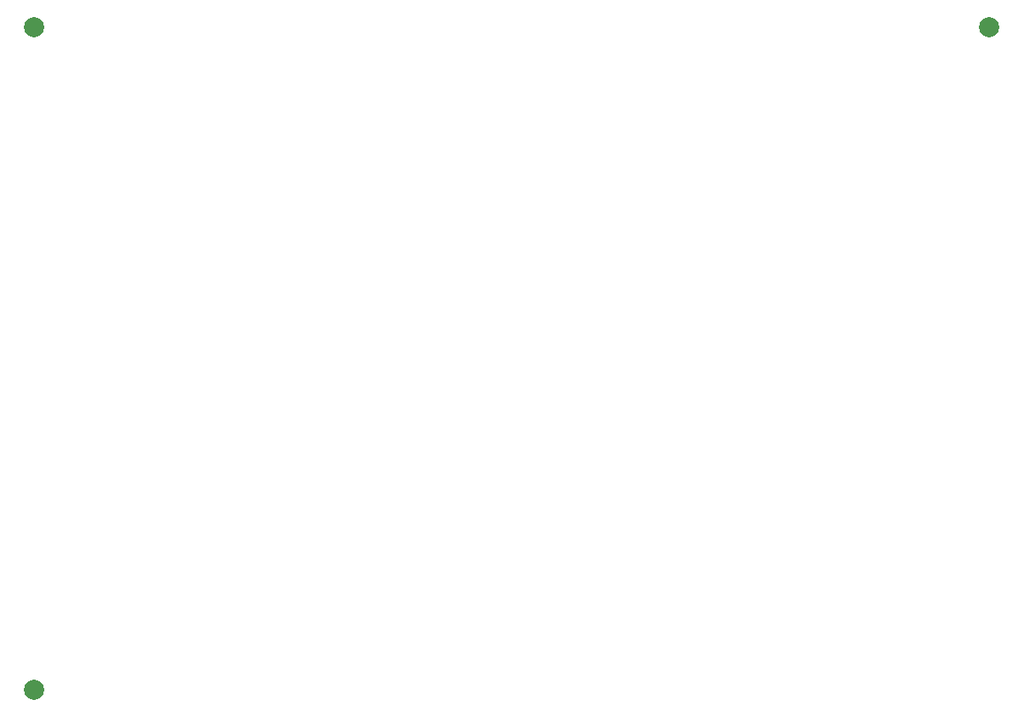
<source format=gbp>
G04 #@! TF.GenerationSoftware,KiCad,Pcbnew,7.0.9*
G04 #@! TF.CreationDate,2023-11-12T18:22:16+01:00*
G04 #@! TF.ProjectId,udb-s-panel,7564622d-732d-4706-916e-656c2e6b6963,rev?*
G04 #@! TF.SameCoordinates,Original*
G04 #@! TF.FileFunction,Paste,Bot*
G04 #@! TF.FilePolarity,Positive*
%FSLAX46Y46*%
G04 Gerber Fmt 4.6, Leading zero omitted, Abs format (unit mm)*
G04 Created by KiCad (PCBNEW 7.0.9) date 2023-11-12 18:22:16*
%MOMM*%
%LPD*%
G01*
G04 APERTURE LIST*
%ADD10C,2.000000*%
G04 APERTURE END LIST*
D10*
G04 #@! TO.C,KiKit_TO_1*
X2500000Y68500010D03*
G04 #@! TD*
G04 #@! TO.C,KiKit_TO_3*
X2500000Y2500000D03*
G04 #@! TD*
G04 #@! TO.C,KiKit_TO_2*
X97497204Y68500010D03*
G04 #@! TD*
M02*

</source>
